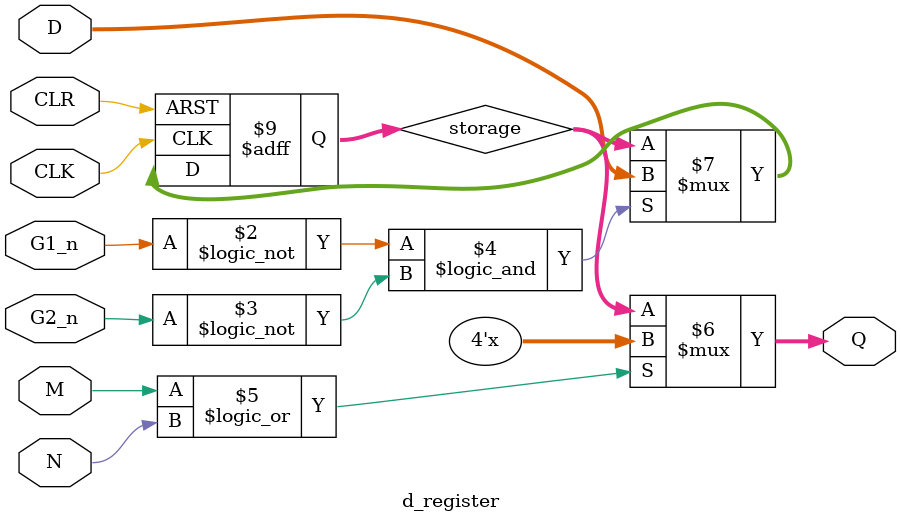
<source format=v>
/*
 * Copyright (c) 2024 WAT.ai Chip Team
 * SPDX-License-Identifier: Apache-2.0
 * Implements SN74LS173 4-bit D-register
 */

module d_register #(
    parameter WIDTH = 4 // Width of the register
) (
    input CLR,              // Asynchronous clear output to digital low
    input CLK,              // Clock input
    input G1_n,             // Gate enable 1 (active low)
    input G2_n,             // Gate enable 2 (active low)
    input M,                // Control for high-impedance output
    input N,                // Control for high-impedance output
    input [WIDTH-1:0] D,    // Data input
    output [WIDTH-1:0] Q    // Saved state output
);

  // Internal storage register
  reg [WIDTH-1:0] storage;

  // Clock-Driven Data Load Logic
  always @(posedge CLK or posedge CLR) begin
    if (CLR) begin
      storage <= {WIDTH{1'b0}};  // Asynchronously clear storage
    end else if (!G1_n && !G2_n) begin
      storage <= D;  // Load data into storage on the positive clock edge if enabled
    end
  end

  // Output Logic Control (Using Continuous Assignment)
  assign Q = (M || N) ? {WIDTH{1'bz}} : storage;

endmodule
</source>
